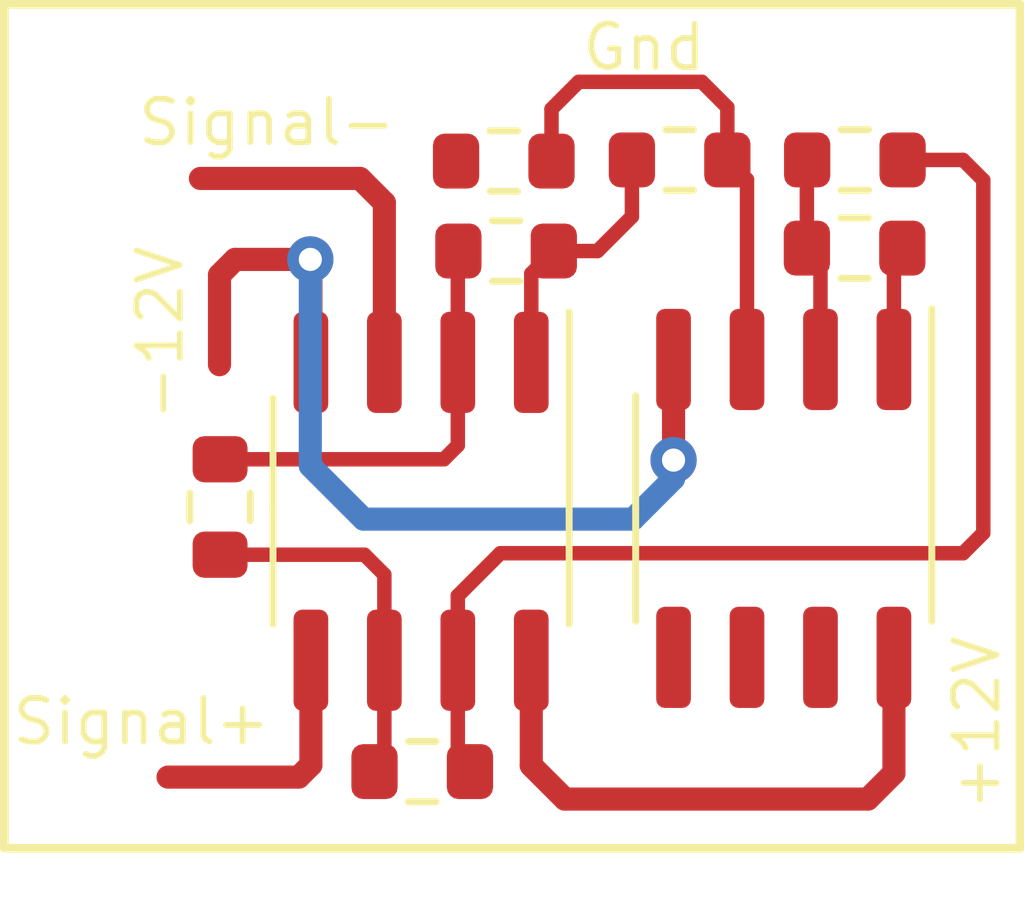
<source format=kicad_pcb>
(kicad_pcb (version 20221018) (generator pcbnew)
  (layers (0 "F.Cu" signal) (31 "B.Cu" signal) (34 "B.Paste" user) (35 "F.Paste" user) (36 "B.SilkS" user "B.Silkscreen") (37 "F.SilkS" user "F.Silkscreen") (38 "B.Mask" user) (39 "F.Mask" user) (44 "Edge.Cuts" user))
  (net 0 "")
  (net 1 "Net-(IA_U1B--)")
  (net 2 "Net-(IA_U1A--)")
  (net 3 "Net-(IA_R2-Pad2)")
  (net 4 "Net-(IA_R3-Pad2)")
  (net 5 "Net-(IA_U2A--)")
  (net 6 "Net-(IA_U2A-+)")
  (net 7 "GND")
  (net 8 "/Signal_Out")
  (net 9 "/Signal-")
  (net 10 "-12V")
  (net 11 "/Signal+")
  (net 12 "+12L")
  (footprint "Resistor_SMD:R_0603_1608Metric" (layer "F.Cu") (at 163.43 87.1 90)
    (fp_text reference "IA_R1" hide)
    (fp_text value "1k")
    (fp_line (start -0.237258 -0.5225) (end 0.237258 -0.5225) (stroke (width 0.12)) (layer "F.SilkS"))
    (fp_line (start -0.237258 0.5225) (end 0.237258 0.5225) (stroke (width 0.12)) (layer "F.SilkS"))
    (pad "1" smd roundrect (at -0.825 0 90) (size 0.8 0.95) (layers "F.Cu" "F.Paste" "F.Mask") (net 1 "Net-(IA_U1B--)"))
    (pad "2" smd roundrect (at 0.825 0 90) (size 0.8 0.95) (layers "F.Cu" "F.Paste" "F.Mask") (net 2 "Net-(IA_U1A--)"))
  )
  (footprint "Resistor_SMD:R_0603_1608Metric" (layer "F.Cu") (at 168.335 81.12)
    (fp_text reference "IA_R6" hide)
    (fp_text value "100k")
    (fp_line (start -0.237258 -0.5225) (end 0.237258 -0.5225) (stroke (width 0.12)) (layer "F.SilkS"))
    (fp_line (start -0.237258 0.5225) (end 0.237258 0.5225) (stroke (width 0.12)) (layer "F.SilkS"))
    (pad "1" smd roundrect (at -0.825 0) (size 0.8 0.95) (layers "F.Cu" "F.Paste" "F.Mask") (net 7 "GND"))
    (pad "2" smd roundrect (at 0.825 0) (size 0.8 0.95) (layers "F.Cu" "F.Paste" "F.Mask") (net 6 "Net-(IA_U2A-+)"))
  )
  (footprint "Resistor_SMD:R_0603_1608Metric" (layer "F.Cu") (at 171.375 81.1)
    (fp_text reference "IA_R5" hide)
    (fp_text value "10k")
    (fp_line (start -0.237258 -0.5225) (end 0.237258 -0.5225) (stroke (width 0.12)) (layer "F.SilkS"))
    (fp_line (start -0.237258 0.5225) (end 0.237258 0.5225) (stroke (width 0.12)) (layer "F.SilkS"))
    (pad "1" smd roundrect (at -0.825 0) (size 0.8 0.95) (layers "F.Cu" "F.Paste" "F.Mask") (net 3 "Net-(IA_R2-Pad2)"))
    (pad "2" smd roundrect (at 0.825 0) (size 0.8 0.95) (layers "F.Cu" "F.Paste" "F.Mask") (net 6 "Net-(IA_U2A-+)"))
  )
  (footprint "Resistor_SMD:R_0603_1608Metric" (layer "F.Cu") (at 174.4 82.625 180)
    (fp_text reference "IA_R7" hide)
    (fp_text value "100k")
    (fp_line (start -0.237258 -0.5225) (end 0.237258 -0.5225) (stroke (width 0.12)) (layer "F.SilkS"))
    (fp_line (start -0.237258 0.5225) (end 0.237258 0.5225) (stroke (width 0.12)) (layer "F.SilkS"))
    (pad "1" smd roundrect (at -0.825 0 180) (size 0.8 0.95) (layers "F.Cu" "F.Paste" "F.Mask") (net 8 "/Signal_Out"))
    (pad "2" smd roundrect (at 0.825 0 180) (size 0.8 0.95) (layers "F.Cu" "F.Paste" "F.Mask") (net 5 "Net-(IA_U2A--)"))
  )
  (footprint "Resistor_SMD:R_0603_1608Metric" (layer "F.Cu") (at 174.405 81.1 180)
    (fp_text reference "IA_R4" hide)
    (fp_text value "10k")
    (fp_line (start -0.237258 -0.5225) (end 0.237258 -0.5225) (stroke (width 0.12)) (layer "F.SilkS"))
    (fp_line (start -0.237258 0.5225) (end 0.237258 0.5225) (stroke (width 0.12)) (layer "F.SilkS"))
    (pad "1" smd roundrect (at -0.825 0 180) (size 0.8 0.95) (layers "F.Cu" "F.Paste" "F.Mask") (net 4 "Net-(IA_R3-Pad2)"))
    (pad "2" smd roundrect (at 0.825 0 180) (size 0.8 0.95) (layers "F.Cu" "F.Paste" "F.Mask") (net 5 "Net-(IA_U2A--)"))
  )
  (footprint "Package_SO:SO-8_3.9x4.9mm_P1.27mm" (layer "F.Cu") (at 166.905 87.175 -90)
    (fp_text reference "IA_U1" hide)
    (fp_text value "LM358")
    (fp_line (start 0 -2.56) (end -3.45 -2.56) (stroke (width 0.12)) (layer "F.SilkS"))
    (fp_line (start 0 -2.56) (end 1.95 -2.56) (stroke (width 0.12)) (layer "F.SilkS"))
    (fp_line (start 0 2.56) (end -1.95 2.56) (stroke (width 0.12)) (layer "F.SilkS"))
    (fp_line (start 0 2.56) (end 1.95 2.56) (stroke (width 0.12)) (layer "F.SilkS"))
    (pad "1" smd roundrect (at -2.575 -1.905 270) (size 1.75 0.6) (layers "F.Cu" "F.Paste" "F.Mask") (net 3 "Net-(IA_R2-Pad2)"))
    (pad "2" smd roundrect (at -2.575 -0.635 270) (size 1.75 0.6) (layers "F.Cu" "F.Paste" "F.Mask") (net 2 "Net-(IA_U1A--)"))
    (pad "3" smd roundrect (at -2.575 0.635 270) (size 1.75 0.6) (layers "F.Cu" "F.Paste" "F.Mask") (net 9 "/Signal-"))
    (pad "4" smd roundrect (at -2.575 1.905 270) (size 1.75 0.6) (layers "F.Cu" "F.Paste" "F.Mask") (net 10 "-12V"))
    (pad "5" smd roundrect (at 2.575 1.905 270) (size 1.75 0.6) (layers "F.Cu" "F.Paste" "F.Mask") (net 11 "/Signal+"))
    (pad "6" smd roundrect (at 2.575 0.635 270) (size 1.75 0.6) (layers "F.Cu" "F.Paste" "F.Mask") (net 1 "Net-(IA_U1B--)"))
    (pad "7" smd roundrect (at 2.575 -0.635 270) (size 1.75 0.6) (layers "F.Cu" "F.Paste" "F.Mask") (net 4 "Net-(IA_R3-Pad2)"))
    (pad "8" smd roundrect (at 2.575 -1.905 270) (size 1.75 0.6) (layers "F.Cu" "F.Paste" "F.Mask") (net 12 "+12L"))
  )
  (footprint "Resistor_SMD:R_0603_1608Metric" (layer "F.Cu") (at 168.375 82.675)
    (fp_text reference "IA_R2" hide)
    (fp_text value "470")
    (fp_line (start -0.237258 -0.5225) (end 0.237258 -0.5225) (stroke (width 0.12)) (layer "F.SilkS"))
    (fp_line (start -0.237258 0.5225) (end 0.237258 0.5225) (stroke (width 0.12)) (layer "F.SilkS"))
    (pad "1" smd roundrect (at -0.825 0) (size 0.8 0.95) (layers "F.Cu" "F.Paste" "F.Mask") (net 2 "Net-(IA_U1A--)"))
    (pad "2" smd roundrect (at 0.825 0) (size 0.8 0.95) (layers "F.Cu" "F.Paste" "F.Mask") (net 3 "Net-(IA_R2-Pad2)"))
  )
  (footprint "Package_SO:SO-8_3.9x4.9mm_P1.27mm" (layer "F.Cu") (at 173.175 87.125 -90)
    (fp_text reference "IA_U2" hide)
    (fp_text value "LM358")
    (fp_line (start 0 -2.56) (end -3.45 -2.56) (stroke (width 0.12)) (layer "F.SilkS"))
    (fp_line (start 0 -2.56) (end 1.95 -2.56) (stroke (width 0.12)) (layer "F.SilkS"))
    (fp_line (start 0 2.56) (end -1.95 2.56) (stroke (width 0.12)) (layer "F.SilkS"))
    (fp_line (start 0 2.56) (end 1.95 2.56) (stroke (width 0.12)) (layer "F.SilkS"))
    (pad "1" smd roundrect (at -2.575 -1.905 270) (size 1.75 0.6) (layers "F.Cu" "F.Paste" "F.Mask") (net 8 "/Signal_Out"))
    (pad "2" smd roundrect (at -2.575 -0.635 270) (size 1.75 0.6) (layers "F.Cu" "F.Paste" "F.Mask") (net 5 "Net-(IA_U2A--)"))
    (pad "3" smd roundrect (at -2.575 0.635 270) (size 1.75 0.6) (layers "F.Cu" "F.Paste" "F.Mask") (net 6 "Net-(IA_U2A-+)"))
    (pad "4" smd roundrect (at -2.575 1.905 270) (size 1.75 0.6) (layers "F.Cu" "F.Paste" "F.Mask") (net 10 "-12V"))
    (pad "5" smd roundrect (at 2.575 1.905 270) (size 1.75 0.6) (layers "F.Cu" "F.Paste" "F.Mask"))
    (pad "6" smd roundrect (at 2.575 0.635 270) (size 1.75 0.6) (layers "F.Cu" "F.Paste" "F.Mask"))
    (pad "7" smd roundrect (at 2.575 -0.635 270) (size 1.75 0.6) (layers "F.Cu" "F.Paste" "F.Mask"))
    (pad "8" smd roundrect (at 2.575 -1.905 270) (size 1.75 0.6) (layers "F.Cu" "F.Paste" "F.Mask") (net 12 "+12L"))
  )
  (footprint "Resistor_SMD:R_0603_1608Metric" (layer "F.Cu") (at 166.925 91.675)
    (fp_text reference "IA_R3" hide)
    (fp_text value "470")
    (fp_line (start -0.237258 -0.5225) (end 0.237258 -0.5225) (stroke (width 0.12)) (layer "F.SilkS"))
    (fp_line (start -0.237258 0.5225) (end 0.237258 0.5225) (stroke (width 0.12)) (layer "F.SilkS"))
    (pad "1" smd roundrect (at -0.825 0) (size 0.8 0.95) (layers "F.Cu" "F.Paste" "F.Mask") (net 1 "Net-(IA_U1B--)"))
    (pad "2" smd roundrect (at 0.825 0) (size 0.8 0.95) (layers "F.Cu" "F.Paste" "F.Mask") (net 4 "Net-(IA_R3-Pad2)"))
  )
  (gr_rect (start 159.7 78.41) (end 177.26 93) (stroke (width 0.15)) (fill none) (layer "F.SilkS"))
  (gr_text "Signal+" (at 159.79 91.25) (layer "F.SilkS") (effects (font (size 0.75 0.75) (thickness 0.1)) (justify left bottom)))
  (gr_text "Gnd" (at 169.64 79.59) (layer "F.SilkS") (effects (font (size 0.75 0.75) (thickness 0.1)) (justify left bottom)))
  (gr_text "-12V" (at 162.83 85.66 90) (layer "F.SilkS") (effects (font (size 0.75 0.75) (thickness 0.1)) (justify left bottom)))
  (gr_text "+12V" (at 176.95 92.4 90) (layer "F.SilkS") (effects (font (size 0.75 0.75) (thickness 0.1)) (justify left bottom)))
  (gr_text "Signal-" (at 161.96 80.89) (layer "F.SilkS") (effects (font (size 0.75 0.75) (thickness 0.1)) (justify left bottom)))
  (segment (start 166.27 88.27) (end 166.27 89.75) (width 0.25) (layer "F.Cu") (net 1))
  (segment (start 166.27 91.505) (end 166.1 91.675) (width 0.25) (layer "F.Cu") (net 1))
  (segment (start 165.925 87.925) (end 166.27 88.27) (width 0.25) (layer "F.Cu") (net 1))
  (segment (start 163.43 87.925) (end 165.925 87.925) (width 0.25) (layer "F.Cu") (net 1))
  (segment (start 166.27 89.75) (end 166.27 91.505) (width 0.25) (layer "F.Cu") (net 1))
  (segment (start 167.54 86.035) (end 167.54 84.6) (width 0.25) (layer "F.Cu") (net 2))
  (segment (start 163.43 86.275) (end 167.3 86.275) (width 0.25) (layer "F.Cu") (net 2))
  (segment (start 167.3 86.275) (end 167.54 86.035) (width 0.25) (layer "F.Cu") (net 2))
  (segment (start 167.54 84.6) (end 167.54 82.685) (width 0.25) (layer "F.Cu") (net 2))
  (segment (start 167.54 82.685) (end 167.55 82.675) (width 0.25) (layer "F.Cu") (net 2))
  (segment (start 168.81 83.065) (end 169.2 82.675) (width 0.25) (layer "F.Cu") (net 3))
  (segment (start 169.2 82.675) (end 169.955 82.675) (width 0.25) (layer "F.Cu") (net 3))
  (segment (start 168.81 84.6) (end 168.81 83.065) (width 0.25) (layer "F.Cu") (net 3))
  (segment (start 169.955 82.675) (end 170.55 82.08) (width 0.25) (layer "F.Cu") (net 3))
  (segment (start 169.2 82.675) (end 169.2 82.45) (width 0.25) (layer "F.Cu") (net 3))
  (segment (start 170.55 82.08) (end 170.55 81.1) (width 0.25) (layer "F.Cu") (net 3))
  (segment (start 176.625 87.55) (end 176.625 81.45) (width 0.25) (layer "F.Cu") (net 4))
  (segment (start 167.54 91.465) (end 167.75 91.675) (width 0.25) (layer "F.Cu") (net 4))
  (segment (start 167.54 89.75) (end 167.54 88.635) (width 0.25) (layer "F.Cu") (net 4))
  (segment (start 176.275 81.1) (end 175.23 81.1) (width 0.25) (layer "F.Cu") (net 4))
  (segment (start 176.625 81.45) (end 176.275 81.1) (width 0.25) (layer "F.Cu") (net 4))
  (segment (start 176.275 87.9) (end 176.625 87.55) (width 0.25) (layer "F.Cu") (net 4))
  (segment (start 167.54 89.75) (end 167.54 91.465) (width 0.25) (layer "F.Cu") (net 4))
  (segment (start 167.54 88.635) (end 168.275 87.9) (width 0.25) (layer "F.Cu") (net 4))
  (segment (start 168.275 87.9) (end 176.275 87.9) (width 0.25) (layer "F.Cu") (net 4))
  (segment (start 173.81 82.86) (end 173.575 82.625) (width 0.25) (layer "F.Cu") (net 5))
  (segment (start 173.575 82.625) (end 173.575 81.105) (width 0.25) (layer "F.Cu") (net 5))
  (segment (start 173.81 84.55) (end 173.81 82.86) (width 0.25) (layer "F.Cu") (net 5))
  (segment (start 173.575 81.105) (end 173.58 81.1) (width 0.25) (layer "F.Cu") (net 5))
  (segment (start 169.16 80.22) (end 169.63 79.75) (width 0.25) (layer "F.Cu") (net 6))
  (segment (start 169.16 81.12) (end 169.16 80.22) (width 0.25) (layer "F.Cu") (net 6))
  (segment (start 171.76 79.75) (end 172.2 80.19) (width 0.25) (layer "F.Cu") (net 6))
  (segment (start 172.54 84.55) (end 172.54 81.44) (width 0.25) (layer "F.Cu") (net 6))
  (segment (start 172.2 80.19) (end 172.2 81.1) (width 0.25) (layer "F.Cu") (net 6))
  (segment (start 169.63 79.75) (end 171.76 79.75) (width 0.25) (layer "F.Cu") (net 6))
  (segment (start 172.54 81.44) (end 172.2 81.1) (width 0.25) (layer "F.Cu") (net 6))
  (segment (start 175.08 84.55) (end 175.08 82.77) (width 0.25) (layer "F.Cu") (net 8))
  (segment (start 175.08 82.77) (end 175.225 82.625) (width 0.25) (layer "F.Cu") (net 8))
  (segment (start 165.85 81.42) (end 163.09 81.42) (width 0.4) (layer "F.Cu") (net 9))
  (segment (start 166.27 81.84) (end 165.85 81.42) (width 0.4) (layer "F.Cu") (net 9))
  (segment (start 166.27 84.6) (end 166.27 81.84) (width 0.4) (layer "F.Cu") (net 9))
  (segment (start 163.47 83.04) (end 163.42 83.09) (width 0.4) (layer "F.Cu") (net 10))
  (segment (start 164.99 82.82) (end 163.69 82.82) (width 0.4) (layer "F.Cu") (net 10))
  (segment (start 165 84.6) (end 165 82.83) (width 0.4) (layer "F.Cu") (net 10))
  (segment (start 165 82.83) (end 164.99 82.82) (width 0.4) (layer "F.Cu") (net 10))
  (segment (start 163.42 83.09) (end 163.42 84.64) (width 0.4) (layer "F.Cu") (net 10))
  (segment (start 163.69 82.82) (end 163.47 83.04) (width 0.4) (layer "F.Cu") (net 10))
  (segment (start 171.27 86.29) (end 171.27 84.55) (width 0.4) (layer "F.Cu") (net 10))
  (via (at 164.99 82.82) (size 0.8) (drill 0.4) (layers "F.Cu" "B.Cu") (net 10))
  (via (at 171.27 86.29) (size 0.8) (drill 0.4) (layers "F.Cu" "B.Cu") (net 10))
  (segment (start 164.99 86.39) (end 165.91 87.31) (width 0.4) (layer "B.Cu") (net 10))
  (segment (start 170.57 87.31) (end 171.27 86.61) (width 0.4) (layer "B.Cu") (net 10))
  (segment (start 164.99 82.82) (end 164.99 86.39) (width 0.4) (layer "B.Cu") (net 10))
  (segment (start 171.27 86.61) (end 171.27 86.29) (width 0.4) (layer "B.Cu") (net 10))
  (segment (start 165.91 87.31) (end 170.57 87.31) (width 0.4) (layer "B.Cu") (net 10))
  (segment (start 165 91.56) (end 164.79 91.77) (width 0.4) (layer "F.Cu") (net 11))
  (segment (start 164.79 91.77) (end 162.53 91.77) (width 0.4) (layer "F.Cu") (net 11))
  (segment (start 165 89.75) (end 165 91.56) (width 0.4) (layer "F.Cu") (net 11))
  (segment (start 174.63 92.15) (end 175.08 91.7) (width 0.4) (layer "F.Cu") (net 12))
  (segment (start 169.39 92.15) (end 174.63 92.15) (width 0.4) (layer "F.Cu") (net 12))
  (segment (start 168.81 91.57) (end 169.39 92.15) (width 0.4) (layer "F.Cu") (net 12))
  (segment (start 175.08 91.7) (end 175.08 89.7) (width 0.4) (layer "F.Cu") (net 12))
  (segment (start 168.81 89.75) (end 168.81 91.57) (width 0.4) (layer "F.Cu") (net 12))
)
</source>
